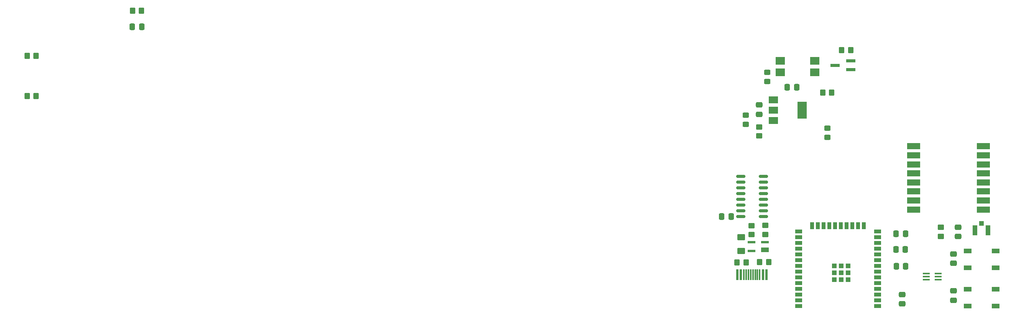
<source format=gbr>
%TF.GenerationSoftware,KiCad,Pcbnew,8.0.2*%
%TF.CreationDate,2024-05-29T12:03:12+02:00*%
%TF.ProjectId,IOT_ESP32,494f545f-4553-4503-9332-2e6b69636164,rev?*%
%TF.SameCoordinates,Original*%
%TF.FileFunction,Paste,Top*%
%TF.FilePolarity,Positive*%
%FSLAX46Y46*%
G04 Gerber Fmt 4.6, Leading zero omitted, Abs format (unit mm)*
G04 Created by KiCad (PCBNEW 8.0.2) date 2024-05-29 12:03:12*
%MOMM*%
%LPD*%
G01*
G04 APERTURE LIST*
G04 Aperture macros list*
%AMRoundRect*
0 Rectangle with rounded corners*
0 $1 Rounding radius*
0 $2 $3 $4 $5 $6 $7 $8 $9 X,Y pos of 4 corners*
0 Add a 4 corners polygon primitive as box body*
4,1,4,$2,$3,$4,$5,$6,$7,$8,$9,$2,$3,0*
0 Add four circle primitives for the rounded corners*
1,1,$1+$1,$2,$3*
1,1,$1+$1,$4,$5*
1,1,$1+$1,$6,$7*
1,1,$1+$1,$8,$9*
0 Add four rect primitives between the rounded corners*
20,1,$1+$1,$2,$3,$4,$5,0*
20,1,$1+$1,$4,$5,$6,$7,0*
20,1,$1+$1,$6,$7,$8,$9,0*
20,1,$1+$1,$8,$9,$2,$3,0*%
G04 Aperture macros list end*
%ADD10RoundRect,0.250000X0.337500X0.475000X-0.337500X0.475000X-0.337500X-0.475000X0.337500X-0.475000X0*%
%ADD11R,1.700000X1.000000*%
%ADD12R,1.700000X0.600000*%
%ADD13RoundRect,0.250000X-0.475000X0.337500X-0.475000X-0.337500X0.475000X-0.337500X0.475000X0.337500X0*%
%ADD14R,2.000000X1.780000*%
%ADD15RoundRect,0.250000X-0.350000X-0.450000X0.350000X-0.450000X0.350000X0.450000X-0.350000X0.450000X0*%
%ADD16R,1.500000X0.900000*%
%ADD17R,0.900000X1.500000*%
%ADD18R,1.050000X1.050000*%
%ADD19RoundRect,0.250000X0.450000X-0.325000X0.450000X0.325000X-0.450000X0.325000X-0.450000X-0.325000X0*%
%ADD20RoundRect,0.250000X-0.450000X0.325000X-0.450000X-0.325000X0.450000X-0.325000X0.450000X0.325000X0*%
%ADD21R,0.600000X2.450000*%
%ADD22R,0.300000X2.450000*%
%ADD23RoundRect,0.250000X0.450000X-0.350000X0.450000X0.350000X-0.450000X0.350000X-0.450000X-0.350000X0*%
%ADD24RoundRect,0.250000X0.475000X-0.337500X0.475000X0.337500X-0.475000X0.337500X-0.475000X-0.337500X0*%
%ADD25RoundRect,0.250000X-0.450000X0.350000X-0.450000X-0.350000X0.450000X-0.350000X0.450000X0.350000X0*%
%ADD26RoundRect,0.150000X0.825000X0.150000X-0.825000X0.150000X-0.825000X-0.150000X0.825000X-0.150000X0*%
%ADD27RoundRect,0.250000X0.350000X0.450000X-0.350000X0.450000X-0.350000X-0.450000X0.350000X-0.450000X0*%
%ADD28R,1.500000X0.400000*%
%ADD29RoundRect,0.250001X0.624999X-0.462499X0.624999X0.462499X-0.624999X0.462499X-0.624999X-0.462499X0*%
%ADD30R,2.000000X1.500000*%
%ADD31R,2.000000X3.800000*%
%ADD32R,2.000000X0.650000*%
%ADD33R,3.000000X1.400000*%
%ADD34R,1.000000X1.050000*%
%ADD35R,1.050000X2.200000*%
%ADD36R,1.800000X1.100000*%
%ADD37RoundRect,0.250000X-0.337500X-0.475000X0.337500X-0.475000X0.337500X0.475000X-0.337500X0.475000X0*%
G04 APERTURE END LIST*
D10*
%TO.C,C11*%
X-25472500Y-56200000D03*
X-27547500Y-56200000D03*
%TD*%
%TO.C,C6*%
X143307500Y-109230000D03*
X141232500Y-109230000D03*
%TD*%
%TO.C,C7*%
X143247500Y-105500000D03*
X141172500Y-105500000D03*
%TD*%
D11*
%TO.C,U1*%
X112260000Y-105620000D03*
D12*
X112260000Y-103920000D03*
X109260000Y-103920000D03*
X109260000Y-105820000D03*
%TD*%
D13*
%TO.C,C5*%
X142510000Y-115502500D03*
X142510000Y-117577500D03*
%TD*%
D14*
%TO.C,U4*%
X115640000Y-63810000D03*
X115640000Y-66350000D03*
X123260000Y-66350000D03*
X123260000Y-63810000D03*
%TD*%
D15*
%TO.C,R3*%
X-50780000Y-62670000D03*
X-48780000Y-62670000D03*
%TD*%
%TO.C,R10*%
X129180000Y-61390000D03*
X131180000Y-61390000D03*
%TD*%
D16*
%TO.C,U3*%
X137145000Y-118055000D03*
X137145000Y-116785000D03*
X137145000Y-115515000D03*
X137145000Y-114245000D03*
X137145000Y-112975000D03*
X137145000Y-111705000D03*
X137145000Y-110435000D03*
X137145000Y-109165000D03*
X137145000Y-107895000D03*
X137145000Y-106625000D03*
X137145000Y-105355000D03*
X137145000Y-104085000D03*
X137145000Y-102815000D03*
X137145000Y-101545000D03*
D17*
X134105000Y-100295000D03*
X132835000Y-100295000D03*
X131565000Y-100295000D03*
X130295000Y-100295000D03*
X129025000Y-100295000D03*
X127755000Y-100295000D03*
X126485000Y-100295000D03*
X125215000Y-100295000D03*
X123945000Y-100295000D03*
X122675000Y-100295000D03*
D16*
X119645000Y-101545000D03*
X119645000Y-102815000D03*
X119645000Y-104085000D03*
X119645000Y-105355000D03*
X119645000Y-106625000D03*
X119645000Y-107895000D03*
X119645000Y-109165000D03*
X119645000Y-110435000D03*
X119645000Y-111705000D03*
X119645000Y-112975000D03*
X119645000Y-114245000D03*
X119645000Y-115515000D03*
X119645000Y-116785000D03*
X119645000Y-118055000D03*
D18*
X130600000Y-112240000D03*
X130600000Y-110715000D03*
X130600000Y-109190000D03*
X129075000Y-112240000D03*
X129075000Y-110715000D03*
X129075000Y-109190000D03*
X127550000Y-112240000D03*
X127550000Y-110715000D03*
X127550000Y-109190000D03*
%TD*%
D19*
%TO.C,D4*%
X126020000Y-80730000D03*
X126020000Y-78680000D03*
%TD*%
D20*
%TO.C,D2*%
X107960000Y-75780000D03*
X107960000Y-77830000D03*
%TD*%
D21*
%TO.C,USB1*%
X106095000Y-111080000D03*
X106870000Y-111080000D03*
D22*
X107570000Y-111080000D03*
X108070000Y-111080000D03*
X108570000Y-111080000D03*
X109070000Y-111080000D03*
X109570000Y-111080000D03*
X110070000Y-111080000D03*
X110570000Y-111080000D03*
X111070000Y-111080000D03*
D21*
X111770000Y-111080000D03*
X112545000Y-111080000D03*
%TD*%
D23*
%TO.C,R4*%
X112270000Y-102220000D03*
X112270000Y-100220000D03*
%TD*%
D13*
%TO.C,C3*%
X153910000Y-114692500D03*
X153910000Y-116767500D03*
%TD*%
D19*
%TO.C,D1*%
X112770000Y-68335000D03*
X112770000Y-66285000D03*
%TD*%
D24*
%TO.C,C9*%
X110960000Y-75617500D03*
X110960000Y-73542500D03*
%TD*%
D25*
%TO.C,R7*%
X151130000Y-100620000D03*
X151130000Y-102620000D03*
%TD*%
D10*
%TO.C,C1*%
X143257500Y-102030000D03*
X141182500Y-102030000D03*
%TD*%
D26*
%TO.C,U2*%
X111875000Y-98265000D03*
X111875000Y-96995000D03*
X111875000Y-95725000D03*
X111875000Y-94455000D03*
X111875000Y-93185000D03*
X111875000Y-91915000D03*
X111875000Y-90645000D03*
X111875000Y-89375000D03*
X106925000Y-89375000D03*
X106925000Y-90645000D03*
X106925000Y-91915000D03*
X106925000Y-93185000D03*
X106925000Y-94455000D03*
X106925000Y-95725000D03*
X106925000Y-96995000D03*
X106925000Y-98265000D03*
%TD*%
D27*
%TO.C,R12*%
X-25490000Y-52680000D03*
X-27490000Y-52680000D03*
%TD*%
D28*
%TO.C,Q1*%
X147860000Y-110870000D03*
X147860000Y-111520000D03*
X147860000Y-112170000D03*
X150520000Y-112170000D03*
X150520000Y-111520000D03*
X150520000Y-110870000D03*
%TD*%
D29*
%TO.C,F1*%
X106940000Y-105817500D03*
X106940000Y-102842500D03*
%TD*%
D30*
%TO.C,U5*%
X114130000Y-72420000D03*
X114130000Y-74720000D03*
D31*
X120430000Y-74720000D03*
D30*
X114130000Y-77020000D03*
%TD*%
D13*
%TO.C,C12*%
X154880000Y-100582500D03*
X154880000Y-102657500D03*
%TD*%
D23*
%TO.C,R5*%
X109240000Y-102240000D03*
X109240000Y-100240000D03*
%TD*%
D10*
%TO.C,C10*%
X119250000Y-69610000D03*
X117175000Y-69610000D03*
%TD*%
D32*
%TO.C,Q2*%
X131180000Y-65700000D03*
X131180000Y-63800000D03*
X127760000Y-64750000D03*
%TD*%
D33*
%TO.C,U7*%
X145070000Y-82680000D03*
X145070000Y-84680000D03*
X145070000Y-86680000D03*
X145070000Y-88680000D03*
X145070000Y-90680000D03*
X145070000Y-92680000D03*
X145070000Y-94680000D03*
X145070000Y-96680000D03*
X160470000Y-96680000D03*
X160470000Y-94680000D03*
X160470000Y-92680000D03*
X160470000Y-90680000D03*
X160470000Y-88680000D03*
X160470000Y-86680000D03*
X160470000Y-84680000D03*
X160470000Y-82680000D03*
%TD*%
D27*
%TO.C,R2*%
X108060000Y-108350000D03*
X106060000Y-108350000D03*
%TD*%
D34*
%TO.C,J6*%
X160060000Y-99790000D03*
D35*
X161535000Y-101315000D03*
X158585000Y-101315000D03*
%TD*%
D36*
%TO.C,SW2*%
X163220000Y-109580000D03*
X157020000Y-109580000D03*
X163220000Y-105880000D03*
X157020000Y-105880000D03*
%TD*%
D13*
%TO.C,C4*%
X153880000Y-106512500D03*
X153880000Y-108587500D03*
%TD*%
D25*
%TO.C,R9*%
X110930000Y-78400000D03*
X110930000Y-80400000D03*
%TD*%
D15*
%TO.C,R1*%
X111070000Y-108340000D03*
X113070000Y-108340000D03*
%TD*%
D37*
%TO.C,C2*%
X102682500Y-98260000D03*
X104757500Y-98260000D03*
%TD*%
D15*
%TO.C,R8*%
X125000000Y-70840000D03*
X127000000Y-70840000D03*
%TD*%
D36*
%TO.C,SW1*%
X163200000Y-118030000D03*
X157000000Y-118030000D03*
X163200000Y-114330000D03*
X157000000Y-114330000D03*
%TD*%
D15*
%TO.C,R6*%
X-50780000Y-71520000D03*
X-48780000Y-71520000D03*
%TD*%
M02*

</source>
